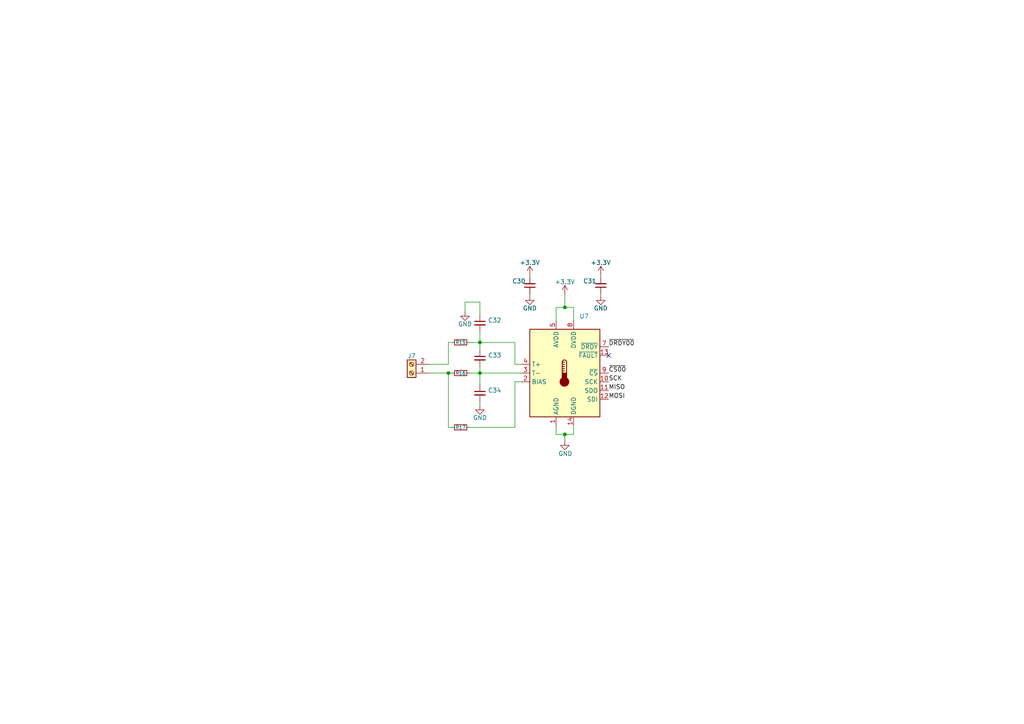
<source format=kicad_sch>
(kicad_sch (version 20211123) (generator eeschema)
  (paper "A4")
  (lib_symbols
    (symbol "Connector:Screw_Terminal_01x02" (pin_names (offset 1.016) hide)
      (property "Reference" "J" (at 0 2.54 0))
      (property "Value" "Screw_Terminal_01x02" (at 0 -5.08 0))
      (symbol "Screw_Terminal_01x02_1_1"
        (rectangle (start -1.27 1.27) (end 1.27 -3.81) (stroke (width 0.254)) (fill (type background)))
        (circle (center 0 -2.54) (radius 0.635) (stroke (width 0.1524)))
        (polyline (pts (xy -0.5334 -2.2098) (xy 0.3302 -3.048)) (stroke (width 0.1524)))
        (polyline (pts (xy -0.5334 0.3302) (xy 0.3302 -0.508)) (stroke (width 0.1524)))
        (polyline (pts (xy -0.3556 -2.032) (xy 0.508 -2.8702)) (stroke (width 0.1524)))
        (polyline (pts (xy -0.3556 0.508) (xy 0.508 -0.3302)) (stroke (width 0.1524)))
        (circle (center 0 0) (radius 0.635) (stroke (width 0.1524)))
        (pin passive line (at -5.08 0 0) (length 3.81) (name "Pin_1") (number "1"))
        (pin passive line (at -5.08 -2.54 0) (length 3.81) (name "Pin_2") (number "2"))
      )
    )
    (symbol "Device:C_Small" (pin_numbers hide) (pin_names (offset 0.254) hide)
      (property "Reference" "C" (at 0.254 1.778 0))
      (property "Value" "C_Small" (at 0.254 -2.032 0))
      (symbol "C_Small_0_1"
        (polyline (pts (xy -1.524 -0.508) (xy 1.524 -0.508)) (stroke (width 0.3302)))
        (polyline (pts (xy -1.524 0.508) (xy 1.524 0.508)) (stroke (width 0.3048)))
      )
      (symbol "C_Small_1_1"
        (pin passive line (at 0 2.54 270) (length 2.032) (name "~") (number "1"))
        (pin passive line (at 0 -2.54 90) (length 2.032) (name "~") (number "2"))
      )
    )
    (symbol "Device:R_Small" (pin_numbers hide) (pin_names (offset 0.254) hide)
      (property "Reference" "R" (at 0.762 0.508 0))
      (property "Value" "R_Small" (at 0.762 -1.016 0))
      (symbol "R_Small_0_1"
        (rectangle (start -0.762 1.778) (end 0.762 -1.778) (stroke (width 0.2032)))
      )
      (symbol "R_Small_1_1"
        (pin passive line (at 0 2.54 270) (length 0.762) (name "~") (number "1"))
        (pin passive line (at 0 -2.54 90) (length 0.762) (name "~") (number "2"))
      )
    )
    (symbol "Sensor_Temperature:MAX31856"
      (property "Reference" "U" (at -7.62 13.97 0))
      (property "Value" "MAX31856" (at 13.97 13.97 0))
      (symbol "MAX31856_0_1"
        (rectangle (start -10.16 12.7) (end 10.16 -12.7) (stroke (width 0.254)) (fill (type background)))
        (circle (center -0.127 -2.54) (radius 1.27) (stroke (width 0.254)) (fill (type outline)))
        (polyline (pts (xy -0.762 0.635) (xy -0.127 0.635)) (stroke (width 0.254)))
        (polyline (pts (xy -0.762 1.27) (xy -0.127 1.27)) (stroke (width 0.254)))
        (polyline (pts (xy -0.762 1.905) (xy -0.127 1.905)) (stroke (width 0.254)))
        (polyline (pts (xy -0.762 2.54) (xy -0.127 2.54)) (stroke (width 0.254)))
        (polyline (pts (xy -0.762 3.175) (xy -0.762 0)) (stroke (width 0.254)))
        (polyline (pts (xy -0.762 3.175) (xy -0.127 3.175)) (stroke (width 0.254)))
        (polyline (pts (xy 0.508 3.175) (xy 0.508 0)) (stroke (width 0.254)))
        (rectangle (start 0.508 -1.905) (end -0.762 0) (stroke (width 0.254)) (fill (type outline)))
        (arc (start 0.508 3.175) (mid -0.127 3.81) (end -0.762 3.175) (stroke (width 0.254)))
      )
      (symbol "MAX31856_1_1"
        (pin power_in line (at -2.54 -15.24 90) (length 2.54) (name "AGND") (number "1"))
        (pin input line (at 12.7 -2.54 180) (length 2.54) (name "SCK") (number "10"))
        (pin output line (at 12.7 -5.08 180) (length 2.54) (name "SDO") (number "11"))
        (pin input line (at 12.7 -7.62 180) (length 2.54) (name "SDI") (number "12"))
        (pin output line (at 12.7 5.08 180) (length 2.54) (name "~{FAULT}") (number "13"))
        (pin power_in line (at 2.54 -15.24 90) (length 2.54) (name "DGND") (number "14"))
        (pin input line (at -12.7 -2.54 0) (length 2.54) (name "BIAS") (number "2"))
        (pin input line (at -12.7 0 0) (length 2.54) (name "T-") (number "3"))
        (pin input line (at -12.7 2.54 0) (length 2.54) (name "T+") (number "4"))
        (pin power_in line (at -2.54 15.24 270) (length 2.54) (name "AVDD") (number "5"))
        (pin no_connect line (at -10.16 -7.62 0) (length 2.54) hide (name "DNC") (number "6"))
        (pin output line (at 12.7 7.62 180) (length 2.54) (name "~{DRDY}") (number "7"))
        (pin power_in line (at 2.54 15.24 270) (length 2.54) (name "DVDD") (number "8"))
        (pin input line (at 12.7 0 180) (length 2.54) (name "~{CS}") (number "9"))
      )
    )
    (symbol "power:+3.3V" (power) (pin_names (offset 0))
      (property "Value" "+3.3V" (at 0 3.556 0))
      (symbol "+3.3V_0_1"
        (polyline (pts (xy -0.762 1.27) (xy 0 2.54)))
        (polyline (pts (xy 0 0) (xy 0 2.54)))
        (polyline (pts (xy 0 2.54) (xy 0.762 1.27)))
      )
      (symbol "+3.3V_1_1"
        (pin power_in line (at 0 0 90) (length 0) hide (name "+3.3V") (number "1"))
      )
    )
    (symbol "power:GND" (power) (pin_names (offset 0))
      (property "Value" "GND" (at 0 -3.81 0))
      (symbol "GND_0_1"
        (polyline (pts (xy 0 0) (xy 0 -1.27) (xy 1.27 -1.27) (xy 0 -2.54) (xy -1.27 -1.27) (xy 0 -1.27)))
      )
      (symbol "GND_1_1"
        (pin power_in line (at 0 0 270) (length 0) hide (name "GND") (number "1"))
      )
    )
  )
  (junction (at 130.048 108.204))
  (junction (at 163.83 125.984))
  (junction (at 139.192 108.204))
  (junction (at 139.192 99.314))
  (junction (at 163.83 89.154))
  (no_connect (at 176.53 103.124))
  (wire (pts (xy 163.83 89.154) (xy 166.37 89.154)))
  (wire (pts (xy 163.83 85.344) (xy 163.83 89.154)))
  (wire (pts (xy 130.048 99.314) (xy 131.064 99.314)))
  (wire (pts (xy 130.048 123.952) (xy 131.064 123.952)))
  (wire (pts (xy 139.192 116.586) (xy 139.192 117.602)))
  (wire (pts (xy 139.192 108.204) (xy 139.192 111.506)))
  (wire (pts (xy 139.192 108.204) (xy 151.13 108.204)))
  (wire (pts (xy 151.13 105.664) (xy 149.352 105.664)))
  (wire (pts (xy 174.244 79.756) (xy 174.244 80.264)))
  (wire (pts (xy 149.352 105.664) (xy 149.352 99.314)))
  (wire (pts (xy 149.352 123.952) (xy 136.144 123.952)))
  (wire (pts (xy 153.67 85.344) (xy 153.67 85.852)))
  (wire (pts (xy 124.46 108.204) (xy 130.048 108.204)))
  (wire (pts (xy 163.83 125.984) (xy 163.83 127.889)))
  (wire (pts (xy 124.46 105.664) (xy 130.048 105.664)))
  (wire (pts (xy 149.352 110.744) (xy 149.352 123.952)))
  (wire (pts (xy 136.144 108.204) (xy 139.192 108.204)))
  (wire (pts (xy 139.192 99.314) (xy 139.192 101.346)))
  (wire (pts (xy 130.048 108.204) (xy 131.064 108.204)))
  (wire (pts (xy 134.874 87.63) (xy 134.874 90.424)))
  (wire (pts (xy 130.048 108.204) (xy 130.048 123.952)))
  (wire (pts (xy 161.29 92.964) (xy 161.29 89.154)))
  (wire (pts (xy 139.192 106.426) (xy 139.192 108.204)))
  (wire (pts (xy 139.192 87.63) (xy 134.874 87.63)))
  (wire (pts (xy 139.192 96.266) (xy 139.192 99.314)))
  (wire (pts (xy 136.144 99.314) (xy 139.192 99.314)))
  (wire (pts (xy 130.048 99.314) (xy 130.048 105.664)))
  (wire (pts (xy 174.244 85.344) (xy 174.244 85.852)))
  (wire (pts (xy 166.37 89.154) (xy 166.37 92.964)))
  (wire (pts (xy 166.37 125.984) (xy 166.37 123.444)))
  (wire (pts (xy 161.29 123.444) (xy 161.29 125.984)))
  (wire (pts (xy 151.13 110.744) (xy 149.352 110.744)))
  (wire (pts (xy 163.83 125.984) (xy 166.37 125.984)))
  (wire (pts (xy 139.192 91.186) (xy 139.192 87.63)))
  (wire (pts (xy 161.29 89.154) (xy 163.83 89.154)))
  (wire (pts (xy 161.29 125.984) (xy 163.83 125.984)))
  (wire (pts (xy 153.67 79.756) (xy 153.67 80.264)))
  (wire (pts (xy 149.352 99.314) (xy 139.192 99.314)))
  (label "~{CS00}" (at 176.53 108.204 0))
  (label "SCK" (at 176.53 110.744 0))
  (label "MISO" (at 176.53 113.284 0))
  (label "MOSI" (at 176.53 115.824 0))
  (label "~{DRDY00}" (at 176.53 100.584 0))
  (symbol (lib_id "power:GND") (at 139.192 117.602 0) (mirror y) (unit 1)
    (property "Reference" "#PWR054" (effects hide))
  )
  (symbol (lib_id "Device:C_Small") (at 139.192 114.046 0) (unit 1)
    (property "Reference" "C34" (at 141.5161 113.2176 0) (effects (justify left)))
  )
  (symbol (lib_id "Sensor_Temperature:MAX31856") (at 163.83 108.204 0) (unit 1)
    (property "Reference" "U7" (at 168.021 91.6971 0) (effects (justify left)))
    (property "Datasheet" "https://datasheets.maximintegrated.com/en/ds/MAX31856.pdf" (effects hide))
  )
  (symbol (lib_id "Device:R_Small") (at 133.604 108.204 90) (unit 1)
    (property "Reference" "R16" (at 133.604 108.204 90) (effects (font (size 1 1))))
  )
  (symbol (lib_id "Device:C_Small") (at 153.67 82.804 0) (mirror x) (unit 1)
    (property "Reference" "C30" (at 150.495 81.534 0))
  )
  (symbol (lib_id "power:+3.3V") (at 163.83 85.344 0) (unit 1)
    (property "Reference" "#PWR050" (effects hide))
  )
  (symbol (lib_id "power:GND") (at 174.244 85.852 0) (mirror y) (unit 1)
    (property "Reference" "#PWR052" (effects hide))
  )
  (symbol (lib_id "power:GND") (at 134.874 90.424 0) (mirror y) (unit 1)
    (property "Reference" "#PWR053" (effects hide))
  )
  (symbol (lib_id "power:+3.3V") (at 153.67 79.756 0) (unit 1)
    (property "Reference" "#PWR048" (effects hide))
  )
  (symbol (lib_id "power:GND") (at 153.67 85.852 0) (mirror y) (unit 1)
    (property "Reference" "#PWR051" (effects hide))
  )
  (symbol (lib_id "Device:R_Small") (at 133.604 99.314 90) (unit 1)
    (property "Reference" "R15" (at 133.604 99.314 90) (effects (font (size 1 1))))
  )
  (symbol (lib_id "power:GND") (at 163.83 127.889 0) (unit 1)
    (property "Reference" "#PWR055" (effects hide))
  )
  (symbol (lib_id "power:+3.3V") (at 174.244 79.756 0) (unit 1)
    (property "Reference" "#PWR049" (effects hide))
  )
  (symbol (lib_id "Device:R_Small") (at 133.604 123.952 90) (unit 1)
    (property "Reference" "R17" (at 133.604 123.952 90) (effects (font (size 1 1))))
  )
  (symbol (lib_id "Device:C_Small") (at 139.192 93.726 0) (unit 1)
    (property "Reference" "C32" (at 141.5161 92.8976 0) (effects (justify left)))
  )
  (symbol (lib_id "Connector:Screw_Terminal_01x02") (at 119.38 108.204 180) (unit 1)
    (property "Reference" "J7" (at 119.38 103.2312 0))
  )
  (symbol (lib_id "Device:C_Small") (at 139.192 103.886 0) (unit 1)
    (property "Reference" "C33" (at 141.5161 103.0576 0) (effects (justify left)))
  )
  (symbol (lib_id "Device:C_Small") (at 174.244 82.804 0) (mirror x) (unit 1)
    (property "Reference" "C31" (at 171.069 81.534 0))
  )
)
</source>
